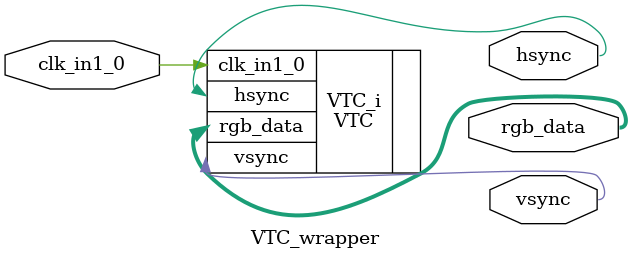
<source format=v>
`timescale 1 ps / 1 ps

module VTC_wrapper
   (clk_in1_0,
    hsync,
    rgb_data,
    vsync);
  input clk_in1_0;
  output hsync;
  output [15:0]rgb_data;
  output vsync;

  wire clk_in1_0;
  wire hsync;
  wire [15:0]rgb_data;
  wire vsync;

  VTC VTC_i
       (.clk_in1_0(clk_in1_0),
        .hsync(hsync),
        .rgb_data(rgb_data),
        .vsync(vsync));
endmodule

</source>
